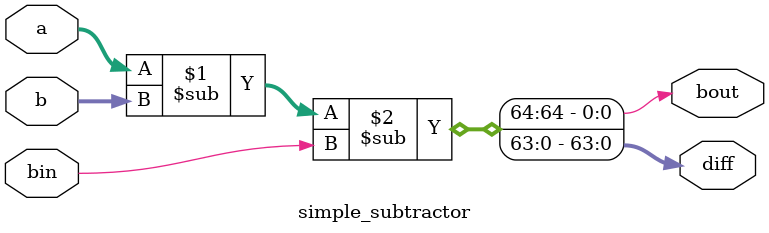
<source format=v>

module simple_adder(a, b, cin, sum, cout);

    input [63:0] a,b;
    input cin;                          
    output [63:0] sum;
    output cout;

    assign {cout, sum} = a + b + cin;
endmodule

module simple_subtractor(a, b, bin, diff, bout);

    input [63:0] a,b;
    input bin;
    output [63:0] diff;
    output bout;

    assign {bout, diff} = a - b - bin;               
    
endmodule
</source>
